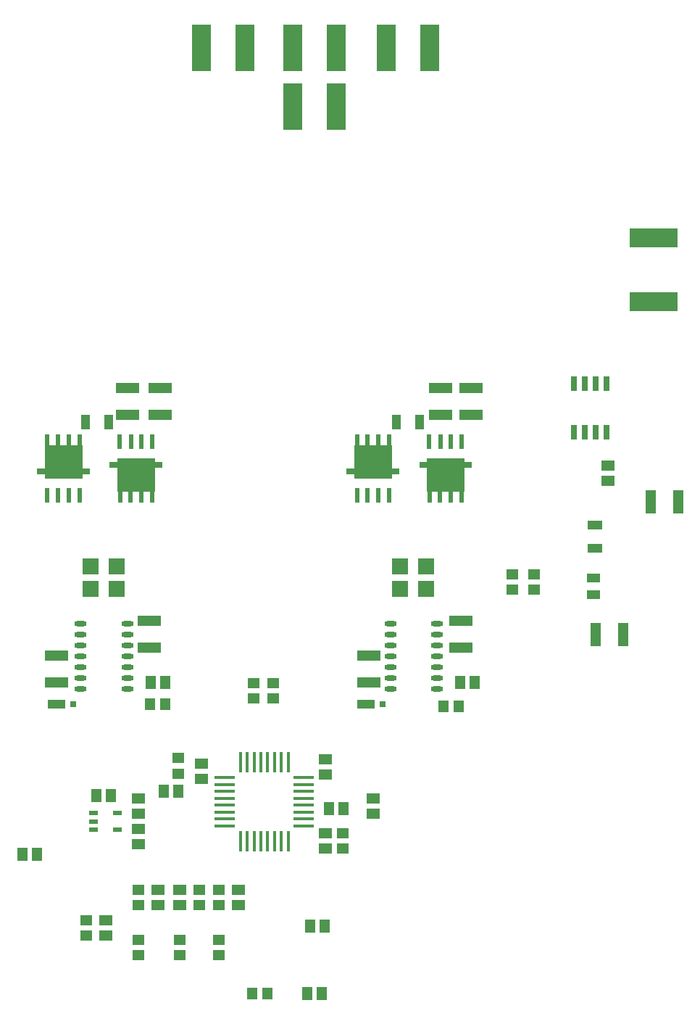
<source format=gtp>
G04*
G04 #@! TF.GenerationSoftware,Altium Limited,Altium Designer,21.0.9 (235)*
G04*
G04 Layer_Color=8421504*
%FSLAX25Y25*%
%MOIN*%
G70*
G04*
G04 #@! TF.SameCoordinates,E5C10B9F-721F-4CD3-8270-1C0E1EB20485*
G04*
G04*
G04 #@! TF.FilePolarity,Positive*
G04*
G01*
G75*
%ADD17R,0.10630X0.05118*%
%ADD18R,0.05512X0.04724*%
%ADD19R,0.08661X0.21654*%
%ADD20R,0.05906X0.04331*%
%ADD21R,0.06693X0.04331*%
%ADD22R,0.05906X0.05118*%
%ADD23R,0.22047X0.09055*%
%ADD24R,0.04134X0.02165*%
%ADD25R,0.05118X0.05906*%
%ADD26R,0.04331X0.06693*%
%ADD27R,0.02560X0.06890*%
%ADD28R,0.17362X0.15354*%
%ADD29R,0.06500X0.02787*%
%ADD30R,0.02394X0.06500*%
%ADD31R,0.01575X0.09449*%
%ADD32R,0.09449X0.01575*%
%ADD33O,0.05709X0.02362*%
%ADD34R,0.04724X0.05512*%
%ADD35R,0.07284X0.07284*%
%ADD36R,0.07874X0.04331*%
%ADD37R,0.03150X0.03150*%
%ADD38R,0.05118X0.10630*%
D17*
X444000Y368299D02*
D03*
Y355701D02*
D03*
X545000Y352299D02*
D03*
Y339701D02*
D03*
X587402Y355701D02*
D03*
Y368299D02*
D03*
X578000Y475299D02*
D03*
Y462701D02*
D03*
X592000Y475299D02*
D03*
Y462701D02*
D03*
X434000Y475299D02*
D03*
Y462701D02*
D03*
X449000Y475299D02*
D03*
Y462701D02*
D03*
X401520Y339701D02*
D03*
Y352299D02*
D03*
D18*
X501000Y339543D02*
D03*
Y332457D02*
D03*
X492000Y339543D02*
D03*
Y332457D02*
D03*
X476000Y221543D02*
D03*
Y214457D02*
D03*
X458000Y221543D02*
D03*
Y214457D02*
D03*
X439000Y221543D02*
D03*
Y214457D02*
D03*
Y237457D02*
D03*
Y244543D02*
D03*
X476000Y237457D02*
D03*
Y244543D02*
D03*
X467000Y237457D02*
D03*
Y244543D02*
D03*
X533000Y270543D02*
D03*
Y263457D02*
D03*
X415000Y230543D02*
D03*
Y223457D02*
D03*
X621000Y389543D02*
D03*
Y382457D02*
D03*
X611000Y382457D02*
D03*
Y389543D02*
D03*
X457346Y298000D02*
D03*
Y305087D02*
D03*
D19*
X529941Y604500D02*
D03*
X510059D02*
D03*
X468059Y631500D02*
D03*
X487941D02*
D03*
X510059D02*
D03*
X529941D02*
D03*
X553059D02*
D03*
X572941D02*
D03*
D20*
X648365Y380260D02*
D03*
Y387740D02*
D03*
D21*
X649000Y401385D02*
D03*
Y412015D02*
D03*
D22*
X655000Y439347D02*
D03*
Y432654D02*
D03*
X485000Y237653D02*
D03*
Y244346D02*
D03*
X439000Y286347D02*
D03*
Y279654D02*
D03*
X458000Y237653D02*
D03*
Y244346D02*
D03*
X448000D02*
D03*
Y237653D02*
D03*
X525000Y270346D02*
D03*
Y263653D02*
D03*
X424000Y230346D02*
D03*
Y223654D02*
D03*
X439000Y265653D02*
D03*
Y272346D02*
D03*
X468000Y302346D02*
D03*
Y295654D02*
D03*
X525000Y297654D02*
D03*
Y304346D02*
D03*
X547000Y279654D02*
D03*
Y286347D02*
D03*
D23*
X676000Y514933D02*
D03*
Y544067D02*
D03*
D24*
X429413Y279740D02*
D03*
Y272260D02*
D03*
X418587D02*
D03*
Y276000D02*
D03*
Y279740D02*
D03*
D25*
X426346Y288000D02*
D03*
X419654D02*
D03*
X587055Y340000D02*
D03*
X593748D02*
D03*
X444654D02*
D03*
X451346D02*
D03*
X524847Y228000D02*
D03*
X518153D02*
D03*
X516653Y197000D02*
D03*
X523347D02*
D03*
X385653Y261000D02*
D03*
X392347D02*
D03*
X450654Y289724D02*
D03*
X457346D02*
D03*
X533347Y282000D02*
D03*
X526653D02*
D03*
D26*
X557685Y459500D02*
D03*
X568315D02*
D03*
X414685D02*
D03*
X425315D02*
D03*
D27*
X654500Y454976D02*
D03*
X649500D02*
D03*
X644500D02*
D03*
X654500Y477024D02*
D03*
X639500D02*
D03*
X649500D02*
D03*
X644500D02*
D03*
X639500Y454976D02*
D03*
D28*
X580400Y435274D02*
D03*
X547000Y441326D02*
D03*
X438000Y435274D02*
D03*
X404600Y441326D02*
D03*
D29*
X589200Y439800D02*
D03*
X571600D02*
D03*
X555800Y436800D02*
D03*
X538200D02*
D03*
X446800Y439800D02*
D03*
X429200D02*
D03*
X395800Y436800D02*
D03*
X413400D02*
D03*
D30*
X587800Y426000D02*
D03*
X582900D02*
D03*
X577900D02*
D03*
X573000D02*
D03*
X587800Y450600D02*
D03*
X582900D02*
D03*
X578000D02*
D03*
X572900D02*
D03*
X554500Y426000D02*
D03*
X549400D02*
D03*
X544500D02*
D03*
X539600D02*
D03*
X554400Y450600D02*
D03*
X549500D02*
D03*
X544500D02*
D03*
X539600D02*
D03*
X445400Y426000D02*
D03*
X440500D02*
D03*
X435500D02*
D03*
X430600D02*
D03*
X445400Y450600D02*
D03*
X440500D02*
D03*
X435600D02*
D03*
X430500D02*
D03*
X397200D02*
D03*
X402100D02*
D03*
X407100D02*
D03*
X412000D02*
D03*
X397200Y426000D02*
D03*
X402100D02*
D03*
X407000D02*
D03*
X412100D02*
D03*
D31*
X508024Y266890D02*
D03*
X504874D02*
D03*
X501724D02*
D03*
X498575D02*
D03*
X495425D02*
D03*
X492276D02*
D03*
X489126D02*
D03*
X485976D02*
D03*
X485976Y303110D02*
D03*
X489126D02*
D03*
X492276D02*
D03*
X495425D02*
D03*
X498575D02*
D03*
X501724D02*
D03*
X504874D02*
D03*
X508024D02*
D03*
D32*
X478890Y273976D02*
D03*
Y277126D02*
D03*
Y280276D02*
D03*
X478890Y286575D02*
D03*
X478890Y289724D02*
D03*
Y292874D02*
D03*
Y296024D02*
D03*
X515110Y296024D02*
D03*
Y292874D02*
D03*
Y289724D02*
D03*
Y283425D02*
D03*
Y280276D02*
D03*
Y277126D02*
D03*
Y273976D02*
D03*
Y286575D02*
D03*
X478890Y283425D02*
D03*
D33*
X576402Y337000D02*
D03*
Y342000D02*
D03*
Y347000D02*
D03*
Y352000D02*
D03*
Y357000D02*
D03*
Y362000D02*
D03*
Y367000D02*
D03*
X554945Y337000D02*
D03*
Y342000D02*
D03*
Y347000D02*
D03*
Y352000D02*
D03*
Y357000D02*
D03*
Y362000D02*
D03*
Y367000D02*
D03*
X434000Y337000D02*
D03*
Y342000D02*
D03*
Y347000D02*
D03*
Y352000D02*
D03*
Y357000D02*
D03*
Y362000D02*
D03*
Y367000D02*
D03*
X412543Y337000D02*
D03*
Y342000D02*
D03*
Y347000D02*
D03*
Y352000D02*
D03*
Y357000D02*
D03*
Y362000D02*
D03*
Y367000D02*
D03*
D34*
X586543Y329000D02*
D03*
X579457D02*
D03*
X451543Y330000D02*
D03*
X444457D02*
D03*
X491457Y197000D02*
D03*
X498543D02*
D03*
D35*
X559402Y393216D02*
D03*
Y382784D02*
D03*
X571402Y393216D02*
D03*
Y382784D02*
D03*
X417000D02*
D03*
Y393216D02*
D03*
X429000D02*
D03*
Y382784D02*
D03*
D36*
X543921Y330000D02*
D03*
X401520D02*
D03*
D37*
X551402D02*
D03*
X409000D02*
D03*
D38*
X687299Y423000D02*
D03*
X674701D02*
D03*
X662000Y361700D02*
D03*
X649402D02*
D03*
M02*

</source>
